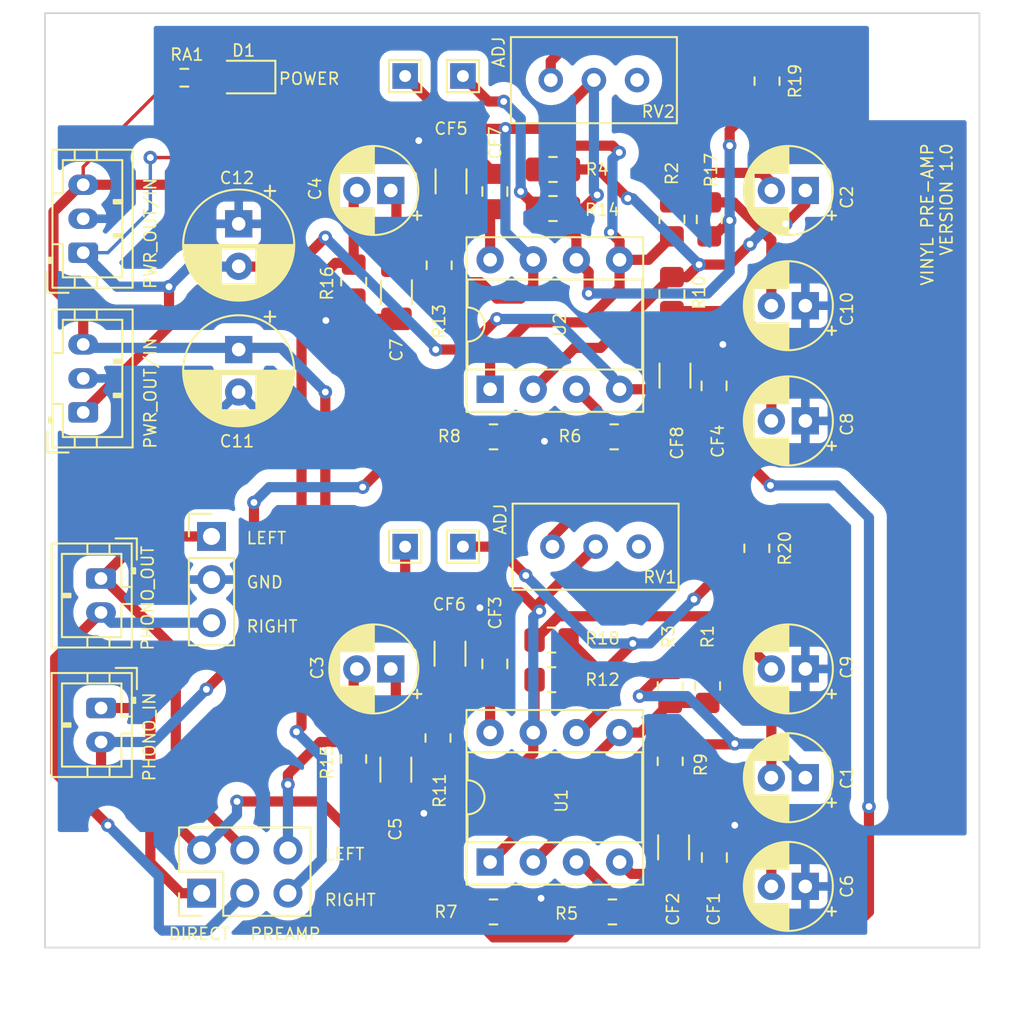
<source format=kicad_pcb>
(kicad_pcb (version 20221018) (generator pcbnew)
  (layers (0 "F.Cu" signal) (31 "B.Cu" signal) (34 "B.Paste" user) (35 "F.Paste" user) (36 "B.SilkS" user "B.Silkscreen") (37 "F.SilkS" user "F.Silkscreen") (38 "B.Mask" user) (39 "F.Mask" user) (44 "Edge.Cuts" user))
  (net 0 "")
  (net 1 "V-")
  (net 2 "V+")
  (net 3 "LEFTIN")
  (net 4 "RIGHTIN")
  (net 5 "Net-(C1-Pad2)")
  (net 6 "LEFTOUT")
  (net 7 "RIGHTOUT")
  (net 8 "Net-(C1-Pad1)")
  (net 9 "AGND")
  (net 10 "Net-(C3-Pad1)")
  (net 11 "Net-(R5-Pad2)")
  (net 12 "Net-(R11-Pad2)")
  (net 13 "Net-(D1-Pad2)")
  (net 14 "Net-(R1-Pad1)")
  (net 15 "Net-(R12-Pad2)")
  (net 17 "Net-(C2-Pad1)")
  (net 18 "Net-(C2-Pad2)")
  (net 19 "Net-(C4-Pad1)")
  (net 20 "Net-(C6-Pad2)")
  (net 21 "Net-(C8-Pad2)")
  (net 22 "Net-(C9-Pad2)")
  (net 23 "Net-(C10-Pad2)")
  (net 24 "Net-(R2-Pad1)")
  (net 25 "Net-(R6-Pad2)")
  (net 26 "Net-(R13-Pad2)")
  (net 27 "Net-(R14-Pad2)")
  (net 29 "LEFTAMP")
  (net 30 "RIGHTAMP")
  (net 31 "Net-(RV2-Pad3)")
  (net 32 "Net-(RV1-Pad3)")
  (footprint "Connector_JST:JST_PH_B3B-PH-K_1x03_P2.00mm_Vertical" (layer "F.Cu") (at 133.65 94.7 90)
    (fp_text reference "J1" hide)
    (fp_text value "Conn_01x03_Male")
  )
  (footprint "Resistor_SMD:R_0805_2012Metric_Pad1.20x1.40mm_HandSolder" (layer "F.Cu") (at 164.9 105.5375 180)
    (fp_text reference "R6")
    (fp_text value "2K2")
  )
  (footprint "Connector_JST:JST_PH_B2B-PH-K_1x02_P2.00mm_Vertical" (layer "F.Cu") (at 134.7 121.5 -90)
    (fp_text reference "J3" hide)
    (fp_text value "Conn_01x02_Male")
  )
  (footprint "MountingHole:MountingHole_3.2mm_M3" (layer "F.Cu") (at 183.9 133.1)
    (fp_text reference "H1" hide)
    (fp_text value "MountingHole")
  )
  (footprint "Resistor_SMD:R_0805_2012Metric_Pad1.20x1.40mm_HandSolder" (layer "F.Cu") (at 168.3 97.1375 90)
    (fp_text reference "R10")
    (fp_text value "4K7")
  )
  (footprint "Package_DIP:DIP-8_W7.62mm_Socket" (layer "F.Cu") (at 157.6 130.565124 90)
    (fp_text reference "U1")
    (fp_text value "OPA2134")
  )
  (footprint "Resistor_SMD:R_0805_2012Metric_Pad1.20x1.40mm_HandSolder" (layer "F.Cu") (at 154.6 95.4375 -90)
    (fp_text reference "R13")
    (fp_text value "750R")
  )
  (footprint "Capacitor_SMD:C_0805_2012Metric_Pad1.18x1.45mm_HandSolder" (layer "F.Cu") (at 157.877616 118.902624 -90)
    (fp_text reference "CF3")
    (fp_text value "0.1u")
  )
  (footprint "Resistor_SMD:R_0805_2012Metric_Pad1.20x1.40mm_HandSolder" (layer "F.Cu") (at 154.531414 123.265124 -90)
    (fp_text reference "R11")
    (fp_text value "750R")
  )
  (footprint "Capacitor_THT:CP_Radial_D5.0mm_P2.00mm" (layer "F.Cu") (at 151.755113 119.2 180)
    (fp_text reference "C3")
    (fp_text value "1U C0G")
  )
  (footprint "Resistor_SMD:R_0805_2012Metric_Pad1.20x1.40mm_HandSolder" (layer "F.Cu") (at 157.8 133.502624 180)
    (fp_text reference "R7")
    (fp_text value "47K")
  )
  (footprint "Resistor_SMD:R_0805_2012Metric_Pad1.20x1.40mm_HandSolder" (layer "F.Cu") (at 157.8 105.5375 180)
    (fp_text reference "R8")
    (fp_text value "47K")
  )
  (footprint "Connector_JST:JST_PH_B2B-PH-K_1x02_P2.00mm_Vertical" (layer "F.Cu") (at 134.695165 113.877039 -90)
    (fp_text reference "J6" hide)
    (fp_text value "Conn_01x02_Male")
  )
  (footprint "Resistor_SMD:R_0805_2012Metric_Pad1.20x1.40mm_HandSolder" (layer "F.Cu") (at 161.216424 119.832624)
    (fp_text reference "R12")
    (fp_text value "100K")
  )
  (footprint "Resistor_SMD:R_0603_1608Metric" (layer "F.Cu") (at 139.6 84.4 180)
    (fp_text reference "RA1")
    (fp_text value "5.1K")
  )
  (footprint "Capacitor_THT:CP_Radial_D6.3mm_P2.50mm" (layer "F.Cu") (at 142.8 93 -90)
    (fp_text reference "C12")
    (fp_text value "100U 16V")
  )
  (footprint "Capacitor_SMD:C_1206_3216Metric_Pad1.33x1.80mm_HandSolder" (layer "F.Cu") (at 152.085 97.03 90)
    (fp_text reference "C7")
    (fp_text value "0.1U C0G")
  )
  (footprint "Package_DIP:DIP-8_W7.62mm_Socket" (layer "F.Cu") (at 157.6 102.7375 90)
    (fp_text reference "U2")
    (fp_text value "OPA2134")
  )
  (footprint "MountingHole:MountingHole_3.2mm_M3" (layer "F.Cu") (at 133.9 133.1)
    (fp_text reference "H3" hide)
    (fp_text value "MountingHole")
  )
  (footprint "Resistor_SMD:R_0805_2012Metric_Pad1.20x1.40mm_HandSolder" (layer "F.Cu") (at 149.57 124.5 90)
    (fp_text reference "R15")
    (fp_text value "100K")
  )
  (footprint "TestPoint:TestPoint_THTPad_1.5x1.5mm_Drill0.7mm" (layer "F.Cu") (at 152.6 112)
    (fp_text reference "TP1" hide)
    (fp_text value "TestPoint")
  )
  (footprint "TestPoint:TestPoint_THTPad_1.5x1.5mm_Drill0.7mm" (layer "F.Cu") (at 156 112)
    (fp_text reference "TP4" hide)
    (fp_text value "TestPoint")
  )
  (footprint "Capacitor_SMD:C_1206_3216Metric_Pad1.33x1.80mm_HandSolder" (layer "F.Cu") (at 168.4 129.702624 -90)
    (fp_text reference "CF2")
    (fp_text value "10u")
  )
  (footprint "Resistor_SMD:R_0805_2012Metric_Pad1.20x1.40mm_HandSolder" (layer "F.Cu") (at 173.3 112.1 -90)
    (fp_text reference "R20")
    (fp_text value "2.7K")
  )
  (footprint "Resistor_SMD:R_0805_2012Metric_Pad1.20x1.40mm_HandSolder" (layer "F.Cu") (at 170.4 120.2 90)
    (fp_text reference "R1")
    (fp_text value "4K7")
  )
  (footprint "MountingHole:MountingHole_3.2mm_M3" (layer "F.Cu") (at 183.9 83.1)
    (fp_text reference "H4" hide)
    (fp_text value "MountingHole")
  )
  (footprint "Capacitor_SMD:C_0805_2012Metric_Pad1.18x1.45mm_HandSolder" (layer "F.Cu") (at 170.78151 102.5375 -90)
    (fp_text reference "CF4")
    (fp_text value "0.1u")
  )
  (footprint "Resistor_SMD:R_0805_2012Metric_Pad1.20x1.40mm_HandSolder" (layer "F.Cu") (at 164.8 133.502624)
    (fp_text reference "R5")
    (fp_text value "2K2")
  )
  (footprint "Resistor_SMD:R_0805_2012Metric_Pad1.20x1.40mm_HandSolder" (layer "F.Cu") (at 170.5 92.7375 -90)
    (fp_text reference "R17")
    (fp_text value "2K7")
  )
  (footprint "LED_SMD:LED_0805_2012Metric_Pad1.15x1.40mm_HandSolder" (layer "F.Cu") (at 143.1 84.36 180)
    (fp_text reference "D1")
    (fp_text value "YELLOW")
  )
  (footprint "Capacitor_SMD:C_1206_3216Metric_Pad1.33x1.80mm_HandSolder" (layer "F.Cu") (at 155.238808 118.302624 -90)
    (fp_text reference "CF6")
    (fp_text value "10u")
  )
  (footprint "Capacitor_SMD:C_0805_2012Metric_Pad1.18x1.45mm_HandSolder" (layer "F.Cu") (at 157.877616 91.1 -90)
    (fp_text reference "CF7")
    (fp_text value "0.1u")
  )
  (footprint "Capacitor_THT:CP_Radial_D5.0mm_P2.00mm" (layer "F.Cu") (at 151.755113 91.0375 180)
    (fp_text reference "C4")
    (fp_text value "1U C0G")
  )
  (footprint "Resistor_SMD:R_0805_2012Metric_Pad1.20x1.40mm_HandSolder" (layer "F.Cu") (at 168.3 92.7375 90)
    (fp_text reference "R2")
    (fp_text value "4K7")
  )
  (footprint "Connector_PinHeader_2.54mm:PinHeader_2x03_P2.54mm_Vertical" (layer "F.Cu") (at 140.62 132.4 90)
    (fp_text reference "J4" hide)
    (fp_text value "Conn_02x03_Odd_Even")
  )
  (footprint "Capacitor_THT:CP_Radial_D5.0mm_P2.00mm" (layer "F.Cu") (at 176.155113 91.0375 180)
    (fp_text reference "C2")
    (fp_text value "22U C0G")
  )
  (footprint "Capacitor_SMD:C_1206_3216Metric_Pad1.33x1.80mm_HandSolder" (layer "F.Cu") (at 152.050707 125.13 90)
    (fp_text reference "C5")
    (fp_text value "0.1U C0G")
  )
  (footprint "Connector_PinHeader_2.54mm:PinHeader_1x03_P2.54mm_Vertical" (layer "F.Cu") (at 141.2 111.4)
    (fp_text reference "J5" hide)
    (fp_text value "Conn_01x03_Male")
  )
  (footprint "TestPoint:TestPoint_THTPad_1.5x1.5mm_Drill0.7mm" (layer "F.Cu") (at 156 84.3)
    (fp_text reference "TP3" hide)
    (fp_text value "TestPoint")
  )
  (footprint "MountingHole:MountingHole_3.2mm_M3" (layer "F.Cu") (at 133.9 83.1)
    (fp_text reference "H2" hide)
    (fp_text value "MountingHole")
  )
  (footprint "Potentiometer_THT:Potentiometer_Bourns_3296W_Vertical" (layer "F.Cu") (at 166.25 84.5375)
    (fp_text reference "RV2")
    (fp_text value "50K")
  )
  (footprint "Capacitor_SMD:C_1206_3216Metric_Pad1.33x1.80mm_HandSolder" (layer "F.Cu") (at 155.3 90.5 -90)
    (fp_text reference "CF5")
    (fp_text value "10u")
  )
  (footprint "Resistor_SMD:R_0805_2012Metric_Pad1.20x1.40mm_HandSolder" (layer "F.Cu") (at 173.9 84.6 -90)
    (fp_text reference "R19")
    (fp_text value "2.7K")
  )
  (footprint "Resistor_SMD:R_0805_2012Metric_Pad1.20x1.40mm_HandSolder" (layer "F.Cu") (at 161.3 92.1 180)
    (fp_text reference "R14")
    (fp_text value "100K")
  )
  (footprint "Capacitor_THT:CP_Radial_D5.0mm_P2.00mm" (layer "F.Cu") (at 176.155113 119.2 180)
    (fp_text reference "C9")
    (fp_text value "22U C0G")
  )
  (footprint "Capacitor_THT:CP_Radial_D5.0mm_P2.00mm" (layer "F.Cu") (at 176.155113 132 180)
    (fp_text reference "C6")
    (fp_text value "22U")
  )
  (footprint "Resistor_SMD:R_0805_2012Metric_Pad1.20x1.40mm_HandSolder" (layer "F.Cu") (at 149.57 96.4 90)
    (fp_text reference "R16")
    (fp_text value "100K")
  )
  (footprint "Capacitor_SMD:C_0805_2012Metric_Pad1.18x1.45mm_HandSolder" (layer "F.Cu") (at 170.8 130.3 -90)
    (fp_text reference "CF1")
    (fp_text value "0.1u")
  )
  (footprint "Capacitor_THT:CP_Radial_D5.0mm_P2.00mm" (layer "F.Cu") (at 176.155113 125.6 180)
    (fp_text reference "C1")
    (fp_text value "22U C0G")
  )
  (footprint "TestPoint:TestPoint_THTPad_1.5x1.5mm_Drill0.7mm" (layer "F.Cu") (at 152.6 84.3)
    (fp_text reference "TP2" hide)
    (fp_text value "TestPoint")
  )
  (footprint "Resistor_SMD:R_0805_2012Metric_Pad1.20x1.40mm_HandSolder" (layer "F.Cu") (at 161.216424 117.5)
    (fp_text reference "R18")
    (fp_text value "2K7")
  )
  (footprint "Resistor_SMD:R_0805_2012Metric_Pad1.20x1.40mm_HandSolder" (layer "F.Cu") (at 161.3 89.8 180)
    (fp_text reference "R4")
    (fp_text value "180K")
  )
  (footprint "Capacitor_THT:CP_Radial_D5.0mm_P2.00mm" (layer "F.Cu") (at 176.155113 104.6 180)
    (fp_text reference "C8")
    (fp_text value "22U")
  )
  (footprint "Capacitor_THT:CP_Radial_D5.0mm_P2.00mm" (layer "F.Cu") (at 176.155113 97.81875 180)
    (fp_text reference "C10")
    (fp_text value "22U C0G")
  )
  (footprint "Potentiometer_THT:Potentiometer_Bourns_3296W_Vertical" (layer "F.Cu") (at 166.35 112)
    (fp_text reference "RV1")
    (fp_text value "50K")
  )
  (footprint "Capacitor_THT:CP_Radial_D6.3mm_P2.50mm" (layer "F.Cu") (at 142.8 100.4 -90)
    (fp_text reference "C11")
    (fp_text value "100U 16V")
  )
  (footprint "Capacitor_SMD:C_1206_3216Metric_Pad1.33x1.80mm_HandSolder" (layer "F.Cu") (at 168.48151 101.9375 -90)
    (fp_text reference "CF8")
    (fp_text value "10u")
  )
  (footprint "Resistor_SMD:R_0805_2012Metric_Pad1.20x1.40mm_HandSolder" (layer "F.Cu") (at 168.2 120.202624 -90)
    (fp_text reference "R3")
    (fp_text value "180K")
  )
  (footprint "Connector_JST:JST_PH_B3B-PH-K_1x03_P2.00mm_Vertical" (layer "F.Cu") (at 133.65 104.1 90)
    (fp_text reference "J2" hide)
    (fp_text value "Conn_01x03_Male")
  )
  (footprint "Resistor_SMD:R_0805_2012Metric_Pad1.20x1.40mm_HandSolder" (layer "F.Cu") (at 168.2 124.637624 90)
    (fp_text reference "R9")
    (fp_text value "4K7")
  )
  (gr_line (start 186.4 135.6) (end 186.4 80.6) (stroke (width 0.1)) (layer "Edge.Cuts"))
  (gr_line (start 186.4 80.6) (end 131.4 80.6) (stroke (width 0.1)) (layer "Edge.Cuts"))
  (gr_line (start 131.4 80.6) (end 131.4 135.6) (stroke (width 0.1)) (layer "Edge.Cuts"))
  (gr_line (start 131.4 135.6) (end 186.4 135.6) (stroke (width 0.1)) (layer "Edge.Cuts"))
  (gr_text "PHONO_IN" (at 137.545165 125.877039 90) (layer "F.SilkS") (effects (font (size 0.7 0.7) (thickness 0.1)) (justify left)))
  (gr_text "GND\n" (at 143.2 114.1) (layer "F.SilkS") (effects (font (size 0.7 0.7) (thickness 0.1)) (justify left)))
  (gr_text "LEFT" (at 147.8 130.1) (layer "F.SilkS") (effects (font (size 0.7 0.7) (thickness 0.1)) (justify left)))
  (gr_text "PHONO_OUT" (at 137.445165 118.177039 90) (layer "F.SilkS") (effects (font (size 0.7 0.7) (thickness 0.1)) (justify left)))
  (gr_text "DIRECT" (at 138.62 134.8) (layer "F.SilkS") (effects (font (size 0.7 0.7) (thickness 0.1)) (justify left)))
  (gr_text "PWR_OUT/IN" (at 137.6 106.3 90) (layer "F.SilkS") (effects (font (size 0.7 0.7) (thickness 0.1)) (justify left)))
  (gr_text "VINYL PRE-AMP\nVERSION 1.0" (at 183.9 88.2 90) (layer "F.SilkS") (effects (font (size 0.7 0.7) (thickness 0.1)) (justify right)))
  (gr_text "POWER" (at 145.1 84.46) (layer "F.SilkS") (effects (font (size 0.7 0.7) (thickness 0.1)) (justify left)))
  (gr_text "PWR_OUT/IN" (at 137.6 96.9 90) (layer "F.SilkS") (effects (font (size 0.7 0.7) (thickness 0.1)) (justify left)))
  (gr_text "ADJ" (at 158.2 109.4 90) (layer "F.SilkS") (effects (font (size 0.7 0.7) (thickness 0.1)) (justify right)))
  (gr_text "PREAMP" (at 143.42 134.8) (layer "F.SilkS") (effects (font (size 0.7 0.7) (thickness 0.1)) (justify left)))
  (gr_text "ADJ" (at 158.1 81.9 90) (layer "F.SilkS") (effects (font (size 0.7 0.7) (thickness 0.1)) (justify right)))
  (gr_text "RIGHT" (at 143.2 116.7) (layer "F.SilkS") (effects (font (size 0.7 0.7) (thickness 0.1)) (justify left)))
  (gr_text "RIGHT" (at 147.8 132.8) (layer "F.SilkS") (effects (font (size 0.7 0.7) (thickness 0.1)) (justify left)))
  (gr_text "LEFT" (at 143.2 111.5) (layer "F.SilkS") (effects (font (size 0.7 0.7) (thickness 0.1)) (justify left)))
  (segment (start 168.4 131.265124) (end 165.92 131.265124) (width 0.6) (layer "F.Cu") (net 1))
  (segment (start 165.92 131.265124) (end 165.22 130.565124) (width 0.6) (layer "F.Cu") (net 1))
  (segment (start 139.385 89.1) (end 137.6 89.1) (width 0.2) (layer "F.Cu") (net 1))
  (segment (start 146.182379 95.517621) (end 147.9 93.8) (width 0.6) (layer "F.Cu") (net 1))
  (segment (start 142.8 95.517621) (end 146.182379 95.517621) (width 0.6) (layer "F.Cu") (net 1))
  (segment (start 170.78151 105.08151) (end 170.78151 103.575) (width 0.6) (layer "F.Cu") (net 1))
  (segment (start 174.1 108.4) (end 170.78151 105.08151) (width 0.6) (layer "F.Cu") (net 1))
  (segment (start 179.1 134.3) (end 179.3 134.1) (width 0.6) (layer "F.Cu") (net 1))
  (segment (start 167.71901 102.7375) (end 168.48151 103.5) (width 0.6) (layer "F.Cu") (net 1))
  (segment (start 170.78151 103.575) (end 168.55651 103.575) (width 0.6) (layer "F.Cu") (net 1))
  (segment (start 165.22 102.7375) (end 167.71901 102.7375) (width 0.6) (layer "F.Cu") (net 1))
  (segment (start 154.4 100.4) (end 156.2 100.4) (width 0.6) (layer "F.Cu") (net 1))
  (segment (start 138.7 99.027914) (end 138.7 96.7) (width 0.6) (layer "F.Cu") (net 1))
  (segment (start 173.1 134.3) (end 179.1 134.3) (width 0.6) (layer "F.Cu") (net 1))
  (segment (start 170.8 131.3375) (end 168.472376 131.3375) (width 0.6) (layer "F.Cu") (net 1))
  (segment (start 179.9 133.5) (end 179.9 127.3) (width 0.6) (layer "F.Cu") (net 1))
  (segment (start 170.8 132) (end 173.1 134.3) (width 0.6) (layer "F.Cu") (net 1))
  (segment (start 179.3 134.1) (end 179.9 133.5) (width 0.6) (layer "F.Cu") (net 1))
  (segment (start 170.8 131.3375) (end 170.8 132) (width 0.6) (layer "F.Cu") (net 1))
  (segment (start 144.125 84.36) (end 139.385 89.1) (width 0.2) (layer "F.Cu") (net 1))
  (segment (start 133.65 104.077914) (end 138.7 99.027914) (width 0.6) (layer "F.Cu") (net 1))
  (segment (start 156.2 100.4) (end 158 98.6) (width 0.6) (layer "F.Cu") (net 1))
  (via (at 138.7 96.7) (size 0.8) (drill 0.4) (layers "F.Cu" "B.Cu") (net 1))
  (via (at 174.1 108.4) (size 0.8) (drill 0.4) (layers "F.Cu" "B.Cu") (net 1))
  (via (at 154.4 100.4) (size 0.8) (drill 0.4) (layers "F.Cu" "B.Cu") (net 1))
  (via (at 137.6 89.1) (size 0.8) (drill 0.4) (layers "F.Cu" "B.Cu") (net 1))
  (via (at 179.9 127.3) (size 0.8) (drill 0.4) (layers "F.Cu" "B.Cu") (net 1))
  (via (at 158 98.6) (size 0.8) (drill 0.4) (layers "F.Cu" "B.Cu") (net 1))
  (via (at 147.9 93.8) (size 0.8) (drill 0.4) (layers "F.Cu" "B.Cu") (net 1))
  (segment (start 133.65 94.7) (end 135.1 94.7) (width 0.2) (layer "B.Cu") (net 1))
  (segment (start 158 98.6) (end 161.4 98.6) (width 0.6) (layer "B.Cu") (net 1))
  (segment (start 135.65 96.7) (end 138.7 96.7) (width 0.6) (layer "B.Cu") (net 1))
  (segment (start 178 108.4) (end 174.1 108.4) (width 0.6) (layer "B.Cu") (net 1))
  (segment (start 142.8 95.517621) (end 139.882379 95.517621) (width 0.6) (layer "B.Cu") (net 1))
  (segment (start 135.1 94.7) (end 137.6 92.2) (width 0.2) (layer "B.Cu") (net 1))
  (segment (start 133.65 94.7) (end 135.65 96.7) (width 0.6) (layer "B.Cu") (net 1))
  (segment (start 137.6 92.2) (end 137.6 89.1) (width 0.2) (layer "B.Cu") (net 1))
  (segment (start 139.882379 95.517621) (end 138.7 96.7) (width 0.6) (layer "B.Cu") (net 1))
  (segment (start 179.9 110.3) (end 178 108.4) (width 0.6) (layer "B.Cu") (net 1))
  (segment (start 154.4 100.3) (end 154.4 100.4) (width 0.6) (layer "B.Cu") (net 1))
  (segment (start 147.9 93.8) (end 154.4 100.3) (width 0.6) (layer "B.Cu") (net 1))
  (segment (start 179.9 127.3) (end 179.9 110.3) (width 0.6) (layer "B.Cu") (net 1))
  (segment (start 161.4 98.6) (end 164.8 102) (width 0.6) (layer "B.Cu") (net 1))
  (segment (start 131.9 96.8) (end 131.9 92.3) (width 0.6) (layer "F.Cu") (net 2))
  (segment (start 141 88.4) (end 138.7 90.7) (width 0.6) (layer "F.Cu") (net 2))
  (segment (start 133.65 89.65) (end 133.65 90.7) (width 0.2) (layer "F.Cu") (net 2))
  (segment (start 157.6 122.945124) (end 157.6 120.21774) (width 0.6) (layer "F.Cu") (net 2))
  (segment (start 148.7 113.1) (end 148.6 113.1) (width 0.6) (layer "F.Cu") (net 2))
  (segment (start 131.9 92.3) (end 133.5 90.7) (width 0.6) (layer "F.Cu") (net 2))
  (segment (start 133.65 98.55) (end 131.9 96.8) (width 0.6) (layer "F.Cu") (net 2))
  (segment (start 148.6 113.1) (end 147.9 112.4) (width 0.6) (layer "F.Cu") (net 2))
  (segment (start 138.775 84.525) (end 133.65 89.65) (width 0.2) (layer "F.Cu") (net 2))
  (segment (start 157.6 95.1175) (end 157.6 92.415116) (width 0.6) (layer "F.Cu") (net 2))
  (segment (start 152.1 88.4) (end 141 88.4) (width 0.6) (layer "F.Cu") (net 2))
  (segment (start 157.877616 119.940124) (end 155.313808 119.940124) (width 0.6) (layer "F.Cu") (net 2))
  (segment (start 155.3 92.0625) (end 155.3 91.6) (width 0.6) (layer "F.Cu") (net 2))
  (segment (start 155.238808 119.638808) (end 148.7 113.1) (width 0.6) (layer "F.Cu") (net 2))
  (segment (start 147.9 112.4) (end 147.9 102.9) (width 0.6) (layer "F.Cu") (net 2))
  (segment (start 138.7 90.7) (end 133.65 90.7) (width 0.6) (layer "F.Cu") (net 2))
  (segment (start 157.877616 92.1375) (end 155.375 92.1375) (width 0.6) (layer "F.Cu") (net 2))
  (segment (start 133.65 100.1) (end 133.65 98.55) (width 0.6) (layer "F.Cu") (net 2))
  (segment (start 155.3 91.6) (end 152.1 88.4) (width 0.6) (layer "F.Cu") (net 2))
  (via (at 147.9 102.9) (size 0.8) (drill 0.4) (layers "F.Cu" "B.Cu") (net 2))
  (segment (start 142.8 100.3) (end 133.85 100.3) (width 0.6) (layer "B.Cu") (net 2))
  (segment (start 145.3 100.3) (end 142.8 100.3) (width 0.6) (layer "B.Cu") (net 2))
  (segment (start 147.9 102.9) (end 145.3 100.3) (width 0.6) (layer "B.Cu") (net 2))
  (segment (start 156.8 133.502624) (end 154.102624 133.502624) (width 0.6) (layer "F.Cu") (net 3))
  (segment (start 147.6 127) (end 142.7 127) (width 0.6) (layer "F.Cu") (net 3))
  (segment (start 140.62 129.86) (end 137.6 126.84) (width 0.6) (layer "F.Cu") (net 3))
  (segment (start 163.497376 133.502624) (end 163.8 133.502624) (width 0.6) (layer "F.Cu") (net 3))
  (segment (start 156.8 134) (end 157.8 135) (width 0.6) (layer "F.Cu") (net 3))
  (segment (start 137.6 126.84) (end 137.6 122.1) (width 0.6) (layer "F.Cu") (net 3))
  (segment (start 162 135) (end 163.497376 133.502624) (width 0.6) (layer "F.Cu") (net 3))
  (segment (start 156.8 133.502624) (end 156.8 134) (width 0.6) (layer "F.Cu") (net 3))
  (segment (start 157.8 135) (end 162 135) (width 0.6) (layer "F.Cu") (net 3))
  (segment (start 137.6 122.1) (end 137 121.5) (width 0.6) (layer "F.Cu") (net 3))
  (segment (start 154.102624 133.502624) (end 147.6 127) (width 0.6) (layer "F.Cu") (net 3))
  (segment (start 137 121.5) (end 134.7 121.5) (width 0.6) (layer "F.Cu") (net 3))
  (via (at 142.7 127) (size 0.8) (drill 0.4) (layers "F.Cu" "B.Cu") (net 3))
  (segment (start 142.7 127.78) (end 142.7 127) (width 0.6) (layer "B.Cu") (net 3))
  (segment (start 140.62 129.86) (end 142.7 127.78) (width 0.6) (layer "B.Cu") (net 3))
  (segment (start 137.6 130.6) (end 137.6 128.2) (width 0.6) (layer "F.Cu") (net 4))
  (segment (start 140.9 120.4) (end 143.7 117.6) (width 0.6) (layer "F.Cu") (net 4))
  (segment (start 158.5 107.1) (end 164.3 107.1) (width 0.6) (layer "F.Cu") (net 4))
  (segment (start 150.1 108.5) (end 153.0625 105.5375) (width 0.6) (layer "F.Cu") (net 4))
  (segment (start 137.6 128.2) (end 134.7 125.3) (width 0.6) (layer "F.Cu") (net 4))
  (segment (start 139.4 132.4) (end 137.6 130.6) (width 0.6) (layer "F.Cu") (net 4))
  (segment (start 134.7 125.3) (end 134.7 123.5) (width 0.6) (layer "F.Cu") (net 4))
  (segment (start 164.3 107.1) (end 165.8625 105.5375) (width 0.6) (layer "F.Cu") (net 4))
  (segment (start 153.0625 105.5375) (end 156.8 105.5375) (width 0.6) (layer "F.Cu") (net 4))
  (segment (start 143.7 117.6) (end 143.7 109.4) (width 0.6) (layer "F.Cu") (net 4))
  (segment (start 140.62 132.4) (end 139.4 132.4) (width 0.6) (layer "F.Cu") (net 4))
  (segment (start 156.9375 105.5375) (end 158.5 107.1) (width 0.6) (layer "F.Cu") (net 4))
  (via (at 140.9 120.4) (size 0.8) (drill 0.4) (layers "F.Cu" "B.Cu") (net 4))
  (via (at 143.7 109.4) (size 0.8) (drill 0.4) (layers "F.Cu" "B.Cu") (net 4))
  (via (at 150.1 108.5) (size 0.8) (drill 0.4) (layers "F.Cu" "B.Cu") (net 4))
  (segment (start 150.1 108.5) (end 144.6 108.5) (width 0.6) (layer "B.Cu") (net 4))
  (segment (start 144.6 108.5) (end 143.7 109.4) (width 0.6) (layer "B.Cu") (net 4))
  (segment (start 137.8 123.5) (end 140.9 120.4) (width 0.6) (layer "B.Cu") (net 4))
  (segment (start 134.7 123.5) (end 137.8 123.5) (width 0.6) (layer "B.Cu") (net 4))
  (segment (start 170.4 119.2) (end 171.6 119.2) (width 0.6) (layer "F.Cu") (net 5))
  (segment (start 171.6 119.2) (end 174.155113 121.755113) (width 0.6) (layer "F.Cu") (net 5))
  (segment (start 174.155113 121.755113) (end 174.155113 125.6) (width 0.6) (layer "F.Cu") (net 5))
  (segment (start 141.2 111.4) (end 137.172204 111.4) (width 0.6) (layer "F.Cu") (net 6))
  (segment (start 139.1 125.8) (end 139.1 118.1) (width 0.6) (layer "F.Cu") (net 6))
  (segment (start 143.16 129.86) (end 139.1 125.8) (width 0.6) (layer "F.Cu") (net 6))
  (segment (start 139.1 118.1) (end 134.877039 113.877039) (width 0.6) (layer "F.Cu") (net 6))
  (segment (start 137.172204 111.4) (end 134.695165 113.877039) (width 0.6) (layer "F.Cu") (net 6))
  (segment (start 132 118.572204) (end 132 125.3) (width 0.6) (layer "F.Cu") (net 7))
  (segment (start 134.695165 115.877039) (end 132 118.572204) (width 0.6) (layer "F.Cu") (net 7))
  (segment (start 132 125.3) (end 135.1 128.4) (width 0.6) (layer "F.Cu") (net 7))
  (via (at 135.1 128.4) (size 0.8) (drill 0.4) (layers "F.Cu" "B.Cu") (net 7))
  (segment (start 140.96 134.6) (end 138.3 134.6) (width 0.6) (layer "B.Cu") (net 7))
  (segment (start 138.1 131.4) (end 135.1 128.4) (width 0.6) (layer "B.Cu") (net 7))
  (segment (start 138.1 134.4) (end 138.1 131.4) (width 0.6) (layer "B.Cu") (net 7))
  (segment (start 143.16 132.4) (end 140.96 134.6) (width 0.6) (layer "B.Cu") (net 7))
  (segment (start 135.298126 116.48) (end 134.695165 115.877039) (width 0.6) (layer "B.Cu") (net 7))
  (segment (start 138.3 134.6) (end 138.1 134.4) (width 0.6) (layer "B.Cu") (net 7))
  (segment (start 141.2 116.48) (end 135.298126 116.48) (width 0.6) (layer "B.Cu") (net 7))
  (segment (start 167.997376 119.202624) (end 166.4 120.8) (width 0.6) (layer "F.Cu") (net 8))
  (segment (start 171.962376 123.637624) (end 172 123.6) (width 0.6) (layer "F.Cu") (net 8))
  (segment (start 167.0675 123.637624) (end 168.2 123.637624) (width 0.6) (layer "F.Cu") (net 8))
  (segment (start 160.14 130.565124) (end 167.0675 123.637624) (width 0.6) (layer "F.Cu") (net 8))
  (segment (start 168.2 123.637624) (end 171.962376 123.637624) (width 0.6) (layer "F.Cu") (net 8))
  (via (at 172 123.6) (size 0.8) (drill 0.4) (layers "F.Cu" "B.Cu") (net 8))
  (via (at 166.4 120.8) (size 0.8) (drill 0.4) (layers "F.Cu" "B.Cu") (net 8))
  (segment (start 174.155113 123.6) (end 176.155113 125.6) (width 0.6) (layer "B.Cu") (net 8))
  (segment (start 172 123.6) (end 174.155113 123.6) (width 0.6) (layer "B.Cu") (net 8))
  (segment (start 166.4 120.8) (end 169.2 120.8) (width 0.6) (layer "B.Cu") (net 8))
  (segment (start 169.2 120.8) (end 172 123.6) (width 0.6) (layer "B.Cu") (net 8))
  (segment (start 170.78151 100.61849) (end 171.3 100.1) (width 0.6) (layer "F.Cu") (net 9))
  (segment (start 158.8 105.5375) (end 160.5375 105.5375) (width 0.6) (layer "F.Cu") (net 9))
  (segment (start 149.220824 97.4) (end 147.93144 98.689384) (width 0.6) (layer "F.Cu") (net 9))
  (segment (start 152.085 98.5925) (end 150.7625 98.5925) (width 0.6) (layer "F.Cu") (net 9))
  (segment (start 152.050707 126.6925) (end 152.6925 126.6925) (width 0.6) (layer "F.Cu") (net 9))
  (segment (start 156.2 116.4) (end 157 115.6) (width 0.6) (layer "F.Cu") (net 9))
  (segment (start 171.1375 129.2625) (end 172 128.4) (width 0.6) (layer "F.Cu") (net 9))
  (segment (start 152.050707 126.6925) (end 150.7625 126.6925) (width 0.6) (layer "F.Cu") (net 9))
  (segment (start 158.8 133.502624) (end 159.797376 133.502624) (width 0.6) (layer "F.Cu") (net 9))
  (segment (start 157.877616 117.865124) (end 156.363808 117.865124) (width 0.6) (layer "F.Cu") (net 9))
  (segment (start 170.78151 101.5) (end 170.78151 100.61849) (width 0.6) (layer "F.Cu") (net 9))
  (segment (start 160.5375 105.5375) (end 160.8 105.8) (width 0.6) (layer "F.Cu") (net 9))
  (segment (start 169.60651 101.5) (end 168.48151 100.375) (width 0.6) (layer "F.Cu") (net 9))
  (segment (start 155.578932 116.4) (end 156.2 116.4) (width 0.6) (layer "F.Cu") (net 9))
  (segment (start 150.7625 126.6925) (end 149.57 125.5) (width 0.6) (layer "F.Cu") (net 9))
  (segment (start 155.5 88.9375) (end 154.2375 88.9375) (width 0.6) (layer "F.Cu") (net 9))
  (segment (start 156.363808 117.865124) (end 155.238808 116.740124) (width 0.6) (layer "F.Cu") (net 9))
  (segment (start 168.4 128.140124) (end 169.677624 128.140124) (width 0.6) (layer "F.Cu") (net 9))
  (segment (start 152.6925 126.6925) (end 153.7 127.7) (width 0.6) (layer "F.Cu") (net 9))
  (segment (start 155.5 88.9375) (end 156.752616 88.9375) (width 0.6) (layer "F.Cu") (net 9))
  (segment (start 170.78151 101.5) (end 169.60651 101.5) (width 0.6) (layer "F.Cu") (net 9))
  (segment (start 159.797376 133.502624) (end 160.6 132.7) (width 0.6) (layer "F.Cu") (net 9))
  (segment (start 156.752616 88.9375) (end 157.877616 90.0625) (width 0.6) (layer "F.Cu") (net 9))
  (segment (start 169.677624 128.140124) (end 170.8 129.2625) (width 0.6) (layer "F.Cu") (net 9))
  (segment (start 150.7625 98.5925) (end 149.57 97.4) (width 0.6) (layer "F.Cu") (net 9))
  (segment (start 154.2375 88.9375) (end 153.4 88.1) (width 0.6) (layer "F.Cu") (net 9))
  (via (at 171.3 100.1) (size 0.8) (drill 0.4) (layers "F.Cu" "B.Cu") (net 9))
  (via (at 153.7 127.7) (size 0.8) (drill 0.4) (layers "F.Cu" "B.Cu") (net 9))
  (via (at 172 128.4) (size 0.8) (drill 0.4) (layers "F.Cu" "B.Cu") (net 9))
  (via (at 160.6 132.7) (size 0.8) (drill 0.4) (layers "F.Cu" "B.Cu") (net 9))
  (via (at 160.8 105.8) (size 0.8) (drill 0.4) (layers "F.Cu" "B.Cu") (net 9))
  (via (at 147.93144 98.689384) (size 0.8) (drill 0.4) (layers "F.Cu" "B.Cu") (net 9))
  (via (at 153.4 88.1) (size 0.8) (drill 0.4) (layers "F.Cu" "B.Cu") (net 9))
  (via (at 157 115.6) (size 0.8) (drill 0.4) (layers "F.Cu" "B.Cu") (net 9))
  (segment (start 152.050707 123.5675) (end 152.050707 119.495594) (width 0.6) (layer "F.Cu") (net 10))
  (segment (start 154.531414 122.265124) (end 153.353083 122.265124) (width 0.6) (layer "F.Cu") (net 10))
  (segment (start 153.353083 122.265124) (end 152.050707 123.5675) (width 0.6) (layer "F.Cu") (net 10))
  (segment (start 165.8 133.502624) (end 162.8625 130.565124) (width 0.6) (layer "F.Cu") (net 11))
  (segment (start 159.3 125) (end 155.26629 125) (width 0.6) (layer "F.Cu") (net 12))
  (segment (start 160.5 115.31) (end 163.81 112) (width 0.6) (layer "F.Cu") (net 12))
  (segment (start 152.6 114) (end 152.6 112) (width 0.6) (layer "F.Cu") (net 12))
  (segment (start 160.14 124.16) (end 159.3 125) (width 0.6) (layer "F.Cu") (net 12))
  (segment (start 159.4 114.7) (end 153.3 114.7) (width 0.6) (layer "F.Cu") (net 12))
  (segment (start 155.26629 125) (end 154.531414 124.265124) (width 0.6) (layer "F.Cu") (net 12))
  (segment (start 160.5 115.8) (end 160.5 115.31) (width 0.6) (layer "F.Cu") (net 12))
  (segment (start 160.14 122.945124) (end 160.14 124.16) (width 0.6) (layer "F.Cu") (net 12))
  (segment (start 153.3 114.7) (end 152.6 114) (width 0.6) (layer "F.Cu") (net 12))
  (segment (start 160.216424 119.832624) (end 160.216424 122.8687) (width 0.6) (layer "F.Cu") (net 12))
  (segment (start 160.5 115.8) (end 159.4 114.7) (width 0.6) (layer "F.Cu") (net 12))
  (via (at 160.5 115.8) (size 0.8) (drill 0.4) (layers "F.Cu" "B.Cu") (net 12))
  (segment (start 160.14 116.16) (end 160.5 115.8) (width 0.6) (layer "B.Cu") (net 12))
  (segment (start 160.14 116.16) (end 160.14 122.945124) (width 0.6) (layer "B.Cu") (net 12))
  (segment (start 140.425 84.4) (end 141.8825 84.4) (width 0.25) (layer "F.Cu") (net 13))
  (segment (start 166.4575 122.945124) (end 168.2 121.202624) (width 0.6) (layer "F.Cu") (net 14))
  (segment (start 170.4 121.2) (end 168.202624 121.2) (width 0.6) (layer "F.Cu") (net 14))
  (segment (start 165.22 122.945124) (end 166.4575 122.945124) (width 0.6) (layer "F.Cu") (net 14))
  (segment (start 157.6 130.565124) (end 165.22 122.945124) (width 0.6) (layer "F.Cu") (net 14))
  (segment (start 171.6 113.1) (end 173.3 113.1) (width 0.6) (layer "F.Cu") (net 15))
  (segment (start 162.826962 122.945124) (end 164.3 121.472086) (width 0.6) (layer "F.Cu") (net 15))
  (segment (start 169.6 115.1) (end 171.6 113.1) (width 0.6) (layer "F.Cu") (net 15))
  (segment (start 156 112) (end 158 112) (width 0.6) (layer "F.Cu") (net 15))
  (segment (start 164.3 119.583576) (end 162.216424 117.5) (width 0.6) (layer "F.Cu") (net 15))
  (segment (start 164.3 119.583576) (end 164.3 119.4) (width 0.6) (layer "F.Cu") (net 15))
  (segment (start 164.3 119.4) (end 166 117.7) (width 0.6) (layer "F.Cu") (net 15))
  (segment (start 158 112) (end 159.7 113.7) (width 0.6) (layer "F.Cu") (net 15))
  (segment (start 164.3 121.472086) (end 164.3 119.583576) (width 0.6) (layer "F.Cu") (net 15))
  (segment (start 162.216424 117.5) (end 162.216424 119.832624) (width 0.6) (layer "F.Cu") (net 15))
  (via (at 169.6 115.1) (size 0.8) (drill 0.4) (layers "F.Cu" "B.Cu") (net 15))
  (via (at 166 117.7) (size 0.8) (drill 0.4) (layers "F.Cu" "B.Cu") (net 15))
  (via (at 159.7 113.7) (size 0.8) (drill 0.4) (layers "F.Cu" "B.Cu") (net 15))
  (segment (start 163.7 117.7) (end 166 117.7) (width 0.6) (layer "B.Cu") (net 15))
  (segment (start 166 117.7) (end 167 117.7) (width 0.6) (layer "B.Cu") (net 15))
  (segment (start 167 117.7) (end 169.6 115.1) (width 0.6) (layer "B.Cu") (net 15))
  (segment (start 159.7 113.7) (end 163.7 117.7) (width 0.6) (layer "B.Cu") (net 15))
  (segment (start 176.155113 91.844887) (end 175 93) (width 0.6) (layer "F.Cu") (net 17))
  (segment (start 162.5775 100.3) (end 164.1 100.3) (width 0.6) (layer "F.Cu") (net 17))
  (segment (start 164.1 100.3) (end 168.2625 96.1375) (width 0.6) (layer "F.Cu") (net 17))
  (segment (start 162.3 89.8) (end 164 89.8) (width 0.6) (layer "F.Cu") (net 17))
  (segment (start 172.9 94.2) (end 171.7 95.4) (width 0.6) (layer "F.Cu") (net 17))
  (segment (start 164 89.8) (end 165.7 91.5) (width 0.6) (layer "F.Cu") (net 17))
  (segment (start 169.1625 96.1375) (end 169.9 95.4) (width 0.6) (layer "F.Cu") (net 17))
  (segment (start 176.155113 91.0375) (end 176.155113 91.844887) (width 0.6) (layer "F.Cu") (net 17))
  (segment (start 160.14 102.7375) (end 162.5775 100.3) (width 0.6) (layer "F.Cu") (net 17))
  (segment (start 171.7 95.4) (end 169.9 95.4) (width 0.6) (layer "F.Cu") (net 17))
  (segment (start 168.3 96.1375) (end 169.1625 96.1375) (width 0.6) (layer "F.Cu") (net 17))
  (via (at 165.7 91.5) (size 0.8) (drill 0.4) (layers "F.Cu" "B.Cu") (net 17))
  (via (at 172.9 94.2) (size 0.8) (drill 0.4) (layers "F.Cu" "B.Cu") (net 17))
  (via (at 169.9 95.4) (size 0.8) (drill 0.4) (layers "F.Cu" "B.Cu") (net 17))
  (via (at 175 93) (size 0.8) (drill 0.4) (layers "F.Cu" "B.Cu") (net 17))
  (segment (start 166 91.5) (end 165.7 91.5) (width 0.6) (layer "B.Cu") (net 17))
  (segment (start 175 93) (end 174.1 93) (width 0.6) (layer "B.Cu") (net 17))
  (segment (start 169.9 95.4) (end 166 91.5) (width 0.6) (layer "B.Cu") (net 17))
  (segment (start 174.1 93) (end 172.9 94.2) (width 0.6) (layer "B.Cu") (net 17))
  (segment (start 168.3 91.7375) (end 168.3 90.6) (width 0.6) (layer "F.Cu") (net 18))
  (segment (start 173.6 90) (end 174.155113 90.555113) (width 0.6) (layer "F.Cu") (net 18))
  (segment (start 168.9 90) (end 173.6 90) (width 0.6) (layer "F.Cu") (net 18))
  (segment (start 168.3 90.6) (end 168.9 90) (width 0.6) (layer "F.Cu") (net 18))
  (segment (start 153.57 95.4675) (end 154.5325 94.505) (width 0.6) (layer "F.Cu") (net 19))
  (segment (start 152.085 95.4675) (end 153.57 95.4675) (width 0.6) (layer "F.Cu") (net 19))
  (segment (start 152.085 90.729887) (end 152.085 95.4675) (width 0.6) (layer "F.Cu") (net 19))
  (segment (start 171.437624 125.637624) (end 168.2 125.637624) (width 0.6) (layer "F.Cu") (net 20))
  (segment (start 174.155113 132) (end 174.155113 128.355113) (width 0.6) (layer "F.Cu") (net 20))
  (segment (start 174.155113 128.355113) (end 171.437624 125.637624) (width 0.6) (layer "F.Cu") (net 20))
  (segment (start 174.155113 100.155113) (end 172.1375 98.1375) (width 0.6) (layer "F.Cu") (net 21))
  (segment (start 174.155113 104.6) (end 174.155113 100.155113) (width 0.6) (layer "F.Cu") (net 21))
  (segment (start 172.1375 98.1375) (end 168.3 98.1375) (width 0.6) (layer "F.Cu") (net 21))
  (segment (start 160.216424 117.5) (end 161.616924 116.0995) (width 0.6) (layer "F.Cu") (net 22))
  (segment (start 161.616924 116.0995) (end 171.054613 116.0995) (width 0.6) (layer "F.Cu") (net 22))
  (segment (start 171.054613 116.0995) (end 174.155113 119.2) (width 0.6) (layer "F.Cu") (net 22))
  (segment (start 174.155113 93.955113) (end 174.155113 97.81875) (width 0.6) (layer "F.Cu") (net 23))
  (segment (start 171.9375 91.7375) (end 174.155113 93.955113) (width 0.6) (layer "F.Cu") (net 23))
  (segment (start 170.5 91.7375) (end 171.9375 91.7375) (width 0.6) (layer "F.Cu") (net 23))
  (segment (start 159.8 98.8) (end 163.2 98.8) (width 0.6) (layer "F.Cu") (net 24))
  (segment (start 163.2 98.8) (end 165.22 96.78) (width 0.6) (layer "F.Cu") (net 24))
  (segment (start 165.22 94.02) (end 164.7 93.5) (width 0.6) (layer "F.Cu") (net 24))
  (segment (start 165.22 95.1175) (end 166.92 95.1175) (width 0.6) (layer "F.Cu") (net 24))
  (segment (start 166.92 95.1175) (end 168.3 93.7375) (width 0.6) (layer "F.Cu") (net 24))
  (segment (start 165.22 96.78) (end 165.22 95.1175) (width 0.6) (layer "F.Cu") (net 24))
  (segment (start 165.22 95.1175) (end 165.22 94.02) (width 0.6) (layer "F.Cu") (net 24))
  (segment (start 160.3 89.8) (end 161.7 88.4) (width 0.6) (layer "F.Cu") (net 24))
  (segment (start 161.7 88.4) (end 164.8 88.4) (width 0.6) (layer "F.Cu") (net 24))
  (segment (start 157.6 101) (end 159.8 98.8) (width 0.6) (layer "F.Cu") (net 24))
  (segment (start 164.8 88.4) (end 165.2 88.8) (width 0.6) (layer "F.Cu") (net 24))
  (segment (start 157.6 102.7375) (end 157.6 101) (width 0.6) (layer "F.Cu") (net 24))
  (via (at 164.7 93.5) (size 0.8) (drill 0.4) (layers "F.Cu" "B.Cu") (net 24))
  (via (at 165.2 88.8) (size 0.8) (drill 0.4) (layers "F.Cu" "B.Cu") (net 24))
  (segment (start 164.7 93.5) (end 164.7995 93.4005) (width 0.6) (layer "B.Cu") (net 24))
  (segment (start 164.7995 93.4005) (end 164.7995 89.2005) (width 0.6) (layer "B.Cu") (net 24))
  (segment (start 164.7995 89.2005) (end 165.2 88.8) (width 0.6) (layer "B.Cu") (net 24))
  (segment (start 163.9 105.5375) (end 163.9 103.9575) (width 0.6) (layer "F.Cu") (net 25))
  (segment (start 163.9 103.9575) (end 162.68 102.7375) (width 0.6) (layer "F.Cu") (net 25))
  (segment (start 159.4 97.4) (end 160.14 96.66) (width 0.6) (layer "F.Cu") (net 26))
  (segment (start 162.3 92.1) (end 163.1 92.1) (width 0.6) (layer "F.Cu") (net 26))
  (segment (start 152.6 84.3) (end 155.707713 87.407713) (width 0.6) (layer "F.Cu") (net 26))
  (segment (start 155.707713 87.407713) (end 158.5005 87.407713) (width 0.6) (layer "F.Cu") (net 26))
  (segment (start 157.0375 96.4375) (end 158 97.4) (width 0.6) (layer "F.Cu") (net 26))
  (segment (start 158 97.4) (end 159.4 97.4) (width 0.6) (layer "F.Cu") (net 26))
  (segment (start 163.1 92.1) (end 163.9 91.3) (width 0.6) (layer "F.Cu") (net 26))
  (segment (start 154.6 96.4375) (end 157.0375 96.4375) (width 0.6) (layer "F.Cu") (net 26))
  (segment (start 160.14 96.66) (end 160.14 95.1175) (width 0.6) (layer "F.Cu") (net 26))
  (segment (start 160.839787 87.407713) (end 158.5005 87.407713) (width 0.6) (layer "F.Cu") (net 26))
  (segment (start 163.71 84.5375) (end 160.839787 87.407713) (width 0.6) (layer "F.Cu") (net 26))
  (via (at 163.9 91.3) (size 0.8) (drill 0.4) (layers "F.Cu" "B.Cu") (net 26))
  (via (at 158.5005 87.407713) (size 0.8) (drill 0.4) (layers "F.Cu" "B.Cu") (net 26))
  (segment (start 158.5005 93.478) (end 158.5005 87.407713) (width 0.6) (layer "B.Cu") (net 26))
  (segment (start 163.71 91.11) (end 163.71 84.5375) (width 0.6) (layer "B.Cu") (net 26))
  (segment (start 160.14 95.1175) (end 158.5005 93.478) (width 0.6) (layer "B.Cu") (net 26))
  (segment (start 163.9 91.3) (end 163.71 91.11) (width 0.6) (layer "B.Cu") (net 26))
  (segment (start 171.7 87.475) (end 173.575 85.6) (width 0.6) (layer "F.Cu") (net 27))
  (segment (start 162.4 93.5) (end 161.1 93.5) (width 0.6) (layer "F.Cu") (net 27))
  (segment (start 162.68 93.78) (end 162.4 93.5) (width 0.6) (layer "F.Cu") (net 27))
  (segment (start 158.4 85.8) (end 157.5 85.8) (width 0.6) (layer "F.Cu") (net 27))
  (segment (start 160.3 92) (end 159.4 91.1) (width 0.6) (layer "F.Cu") (net 27))
  (segment (start 163.4 95.8375) (end 162.68 95.1175) (width 0.6) (layer "F.Cu") (net 27))
  (segment (start 160.3 92.7) (end 160.3 92.1) (width 0.6) (layer "F.Cu") (net 27))
  (segment (start 160.3 92.1) (end 160.3 92.7375) (width 0.6) (layer "F.Cu") (net 27))
  (segment (start 162.68 95.1175) (end 162.68 93.78) (width 0.6) (layer "F.Cu") (net 27))
  (segment (start 157.5 85.8) (end 156 84.3) (width 0.6) (layer "F.Cu") (net 27))
  (segment (start 170.7625 93.7375) (end 171.7 92.8) (width 0.6) (layer "F.Cu") (net 27))
  (segment (start 161.1 93.5) (end 160.3 92.7) (width 0.6) (layer "F.Cu") (net 27))
  (segment (start 171.7 88.4) (end 171.7 87.475) (width 0.6) (layer "F.Cu") (net 27))
  (segment (start 163.4 97.1) (end 163.4 95.8375) (width 0.6) (layer "F.Cu") (net 27))
  (via (at 171.7 92.8) (size 0.8) (drill 0.4) (layers "F.Cu" "B.Cu") (net 27))
  (via (at 163.4 97.1) (size 0.8) (drill 0.4) (layers "F.Cu" "B.Cu") (net 27))
  (via (at 158.4 85.8) (size 0.8) (drill 0.4) (layers "F.Cu" "B.Cu") (net 27))
  (via (at 159.4 91.1) (size 0.8) (drill 0.4) (layers "F.Cu" "B.Cu") (net 27))
  (via (at 171.7 88.4) (size 0.8) (drill 0.4) (layers "F.Cu" "B.Cu") (net 27))
  (segment (start 159.4 86.8) (end 158.4 85.8) (width 0.6) (layer "B.Cu") (net 27))
  (segment (start 170.4 97.1) (end 171.7 95.8) (width 0.6) (layer "B.Cu") (net 27))
  (segment (start 170.4 97.1) (end 163.4 97.1) (width 0.6) (layer "B.Cu") (net 27))
  (segment (start 171.7 92.8) (end 171.7 95.8) (width 0.6) (layer "B.Cu") (net 27))
  (segment (start 171.7 92.8) (end 171.7 88.4) (width 0.6) (layer "B.Cu") (net 27))
  (segment (start 159.4 91.1) (end 159.4 86.8) (width 0.6) (layer "B.Cu") (net 27))
  (segment (start 149.57 123.5) (end 149.57 119.385113) (width 0.6) (layer "F.Cu") (net 29))
  (segment (start 145.7 126) (end 145.7 125.4) (width 0.6) (layer "F.Cu") (net 29))
  (segment (start 149.57 123.5) (end 147.6 123.5) (width 0.6) (layer "F.Cu") (net 29))
  (segment (start 145.7 125.4) (end 147.6 123.5) (width 0.6) (layer "F.Cu") (net 29))
  (via (at 145.7 126) (size 0.8) (drill 0.4) (layers "F.Cu" "B.Cu") (net 29))
  (segment (start 145.7 126) (end 145.7 129.86) (width 0.6) (layer "B.Cu") (net 29))
  (segment (start 146.2 122.9) (end 146.5 122.6) (width 0.6) (layer "F.Cu") (net 30))
  (segment (start 149.57 95.4) (end 149.57 90.585113) (width 0.6) (layer "F.Cu") (net 30))
  (segment (start 148.5 95.3) (end 149.47 95.3) (width 0.6) (layer "F.Cu") (net 30))
  (segment (start 146.5 122.6) (end 146.5 97.3) (width 0.6) (layer "F.Cu") (net 30))
  (segment (start 146.5 97.3) (end 148.5 95.3) (width 0.6) (layer "F.Cu") (net 30))
  (via (at 146.2 122.9) (size 0.8) (drill 0.4) (layers "F.Cu" "B.Cu") (net 30))
  (segment (start 147.7 130.4) (end 147.7 124.4) (width 0.6) (layer "B.Cu") (net 30))
  (segment (start 145.7 132.4) (end 147.7 130.4) (width 0.6) (layer "B.Cu") (net 30))
  (segment (start 147.7 124.4) (end 146.2 122.9) (width 0.6) (layer "B.Cu") (net 30))
  (segment (start 161.17 83.43) (end 161.17 84.5375) (width 0.6) (layer "F.Cu") (net 31))
  (segment (start 172.475 82.5) (end 162.1 82.5) (width 0.6) (layer "F.Cu") (net 31))
  (segment (start 173.575 83.6) (end 172.475 82.5) (width 0.6) (layer "F.Cu") (net 31))
  (segment (start 162.1 82.5) (end 161.17 83.43) (width 0.6) (layer "F.Cu") (net 31))
  (segment (start 173.3 111.1) (end 172 109.8) (width 0.6) (layer "F.Cu") (net 32))
  (segment (start 162.9 109.8) (end 161.27 111.43) (width 0.6) (layer "F.Cu") (net 32))
  (segment (start 161.27 111.43) (end 161.27 112) (width 0.6) (layer "F.Cu") (net 32))
  (segment (start 172 109.8) (end 162.9 109.8) (width 0.6) (layer "F.Cu") (net 32))
  (zone (net 9) (net_name "AGND") (layer "B.Cu") (connect_pads (clearance 0.75)) (min_thickness 0.254) (fill yes (thermal_gap 0.508) (thermal_bridge_width 0.508))
    (polygon (pts (xy 179.9 86.9) (xy 187.8 86.9) (xy 187.8 129) (xy 179.8 129) (xy 179.8 137.6) (xy 137.8 137.6) (xy 137.8 128.8) (xy 130.6 128.8) (xy 130.6 87.2) (xy 137.8 87.2) (xy 137.8 79.9) (xy 179.9 79.9)))
  )
)
</source>
